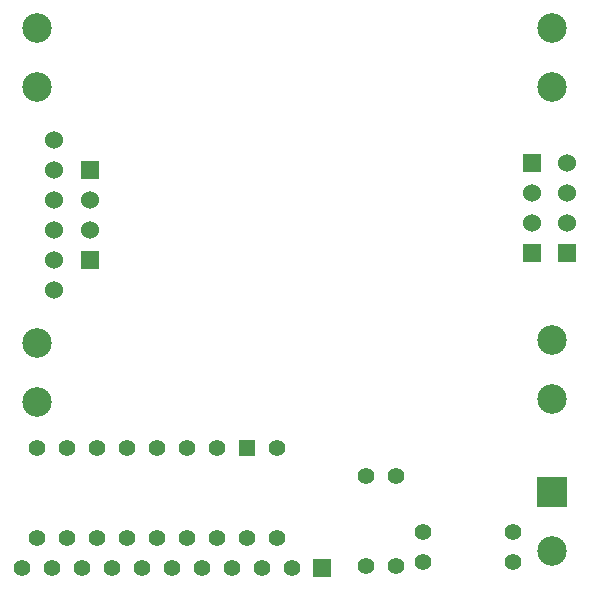
<source format=gbs>
G04 (created by PCBNEW (2013-mar-13)-testing) date Thu 06 Mar 2014 12:46:27 CET*
%MOIN*%
G04 Gerber Fmt 3.4, Leading zero omitted, Abs format*
%FSLAX34Y34*%
G01*
G70*
G90*
G04 APERTURE LIST*
%ADD10C,0.005906*%
%ADD11C,0.055000*%
%ADD12R,0.055000X0.055000*%
%ADD13R,0.060000X0.060000*%
%ADD14C,0.060000*%
%ADD15C,0.098425*%
%ADD16R,0.098425X0.098425*%
G04 APERTURE END LIST*
G54D10*
G54D11*
X37250Y-34000D03*
G54D12*
X36250Y-34000D03*
G54D11*
X35250Y-34000D03*
X34250Y-34000D03*
X33250Y-34000D03*
X32250Y-34000D03*
X31250Y-34000D03*
X30250Y-34000D03*
X29250Y-34000D03*
X29250Y-37000D03*
X30250Y-37000D03*
X31250Y-37000D03*
X32250Y-37000D03*
X33250Y-37000D03*
X34250Y-37000D03*
X35250Y-37000D03*
X36250Y-37000D03*
X37250Y-37000D03*
X37750Y-38000D03*
X36750Y-38000D03*
X35750Y-38000D03*
X34750Y-38000D03*
X33750Y-38000D03*
X32750Y-38000D03*
X31750Y-38000D03*
X30750Y-38000D03*
X29750Y-38000D03*
X28750Y-38000D03*
G54D13*
X46900Y-27500D03*
G54D14*
X46900Y-26500D03*
G54D11*
X42100Y-37800D03*
X45100Y-37800D03*
X42100Y-36800D03*
X45100Y-36800D03*
X41200Y-34950D03*
X41200Y-37950D03*
X40200Y-37950D03*
X40200Y-34950D03*
G54D15*
X29250Y-32484D03*
X29250Y-30515D03*
X46400Y-30415D03*
X46400Y-32384D03*
X46400Y-20015D03*
X46400Y-21984D03*
X29250Y-21984D03*
X29250Y-20015D03*
G54D14*
X46900Y-24500D03*
X46900Y-25500D03*
X29800Y-23750D03*
X29800Y-24750D03*
X29800Y-25750D03*
X29800Y-26750D03*
X29800Y-27750D03*
X29800Y-28750D03*
G54D13*
X45750Y-24500D03*
G54D14*
X45750Y-25500D03*
X45750Y-26500D03*
G54D13*
X45750Y-27500D03*
X31000Y-27750D03*
G54D14*
X31000Y-26750D03*
X31000Y-25750D03*
G54D13*
X31000Y-24750D03*
G54D16*
X46400Y-35465D03*
G54D15*
X46400Y-37434D03*
G54D13*
X38750Y-38000D03*
M02*

</source>
